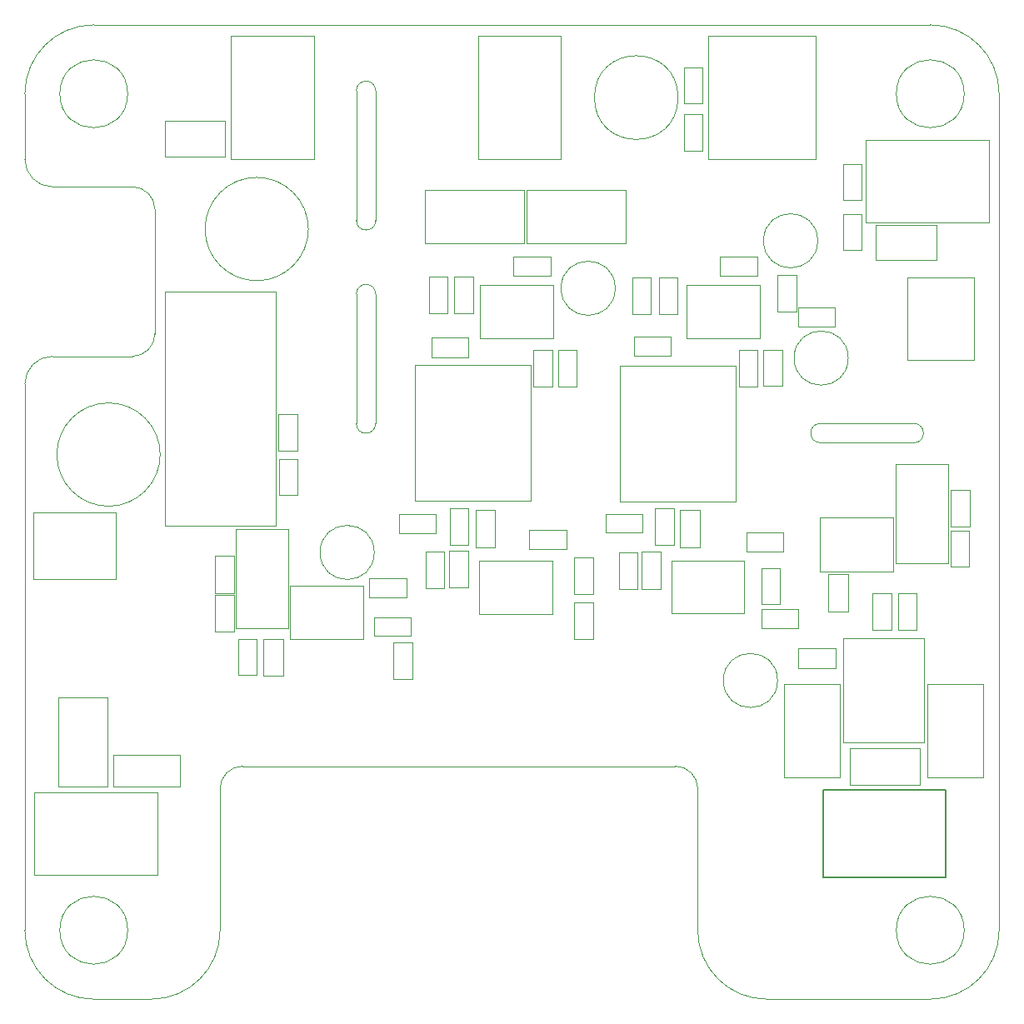
<source format=gbr>
G04 #@! TF.GenerationSoftware,KiCad,Pcbnew,7.0.7+dfsg-1*
G04 #@! TF.CreationDate,2024-09-08T18:24:34+02:00*
G04 #@! TF.ProjectId,evo-cube-sensor,65766f2d-6375-4626-952d-73656e736f72,rev?*
G04 #@! TF.SameCoordinates,Original*
G04 #@! TF.FileFunction,Other,User*
%FSLAX46Y46*%
G04 Gerber Fmt 4.6, Leading zero omitted, Abs format (unit mm)*
G04 Created by KiCad (PCBNEW 7.0.7+dfsg-1) date 2024-09-08 18:24:34*
%MOMM*%
%LPD*%
G01*
G04 APERTURE LIST*
%ADD10C,0.050000*%
%ADD11C,0.152400*%
%ADD12C,0.100000*%
G04 #@! TA.AperFunction,Profile*
%ADD13C,0.100000*%
G04 #@! TD*
G04 APERTURE END LIST*
D10*
X99351875Y-86982675D02*
X99351875Y-92382675D01*
X99351875Y-92382675D02*
X106751875Y-92382675D01*
X106751875Y-86982675D02*
X99351875Y-86982675D01*
X106751875Y-92382675D02*
X106751875Y-86982675D01*
X47877400Y-45945200D02*
X54027400Y-45945200D01*
X54027400Y-45945200D02*
X54027400Y-42345200D01*
X47877400Y-42345200D02*
X47877400Y-45945200D01*
X54027400Y-42345200D02*
X47877400Y-42345200D01*
X117286600Y-88413100D02*
X117286600Y-92173100D01*
X115326600Y-88413100D02*
X117286600Y-88413100D01*
X117286600Y-92173100D02*
X115326600Y-92173100D01*
X115326600Y-92173100D02*
X115326600Y-88413100D01*
X113984200Y-46183200D02*
X113984200Y-33683200D01*
X113984200Y-33683200D02*
X103084200Y-33683200D01*
X103084200Y-46183200D02*
X113984200Y-46183200D01*
X103084200Y-33683200D02*
X103084200Y-46183200D01*
X98110000Y-61946400D02*
X98110000Y-58246400D01*
X100010000Y-61946400D02*
X98110000Y-61946400D01*
X98110000Y-58246400D02*
X100010000Y-58246400D01*
X100010000Y-58246400D02*
X100010000Y-61946400D01*
X108077400Y-58053800D02*
X104317400Y-58053800D01*
X108077400Y-56093800D02*
X108077400Y-58053800D01*
X104317400Y-58053800D02*
X104317400Y-56093800D01*
X104317400Y-56093800D02*
X108077400Y-56093800D01*
X100264400Y-85645300D02*
X100264400Y-81885300D01*
X102224400Y-85645300D02*
X100264400Y-85645300D01*
X100264400Y-81885300D02*
X102224400Y-81885300D01*
X102224400Y-81885300D02*
X102224400Y-85645300D01*
X95946000Y-86178600D02*
X95946000Y-89878600D01*
X94046000Y-86178600D02*
X95946000Y-86178600D01*
X95946000Y-89878600D02*
X94046000Y-89878600D01*
X94046000Y-89878600D02*
X94046000Y-86178600D01*
X117329400Y-66426400D02*
G75*
G03*
X117329400Y-66426400I-2750000J0D01*
G01*
X84907900Y-83906800D02*
X88667900Y-83906800D01*
X84907900Y-85866800D02*
X84907900Y-83906800D01*
X88667900Y-83906800D02*
X88667900Y-85866800D01*
X88667900Y-85866800D02*
X84907900Y-85866800D01*
X110149600Y-61717800D02*
X110149600Y-58017800D01*
X112049600Y-61717800D02*
X110149600Y-61717800D01*
X110149600Y-58017800D02*
X112049600Y-58017800D01*
X112049600Y-58017800D02*
X112049600Y-61717800D01*
X72868400Y-94650600D02*
X69168400Y-94650600D01*
X72868400Y-92750600D02*
X72868400Y-94650600D01*
X69168400Y-94650600D02*
X69168400Y-92750600D01*
X69168400Y-92750600D02*
X72868400Y-92750600D01*
X112262800Y-61305400D02*
X115962800Y-61305400D01*
X112262800Y-63205400D02*
X112262800Y-61305400D01*
X115962800Y-61305400D02*
X115962800Y-63205400D01*
X115962800Y-63205400D02*
X112262800Y-63205400D01*
X73297200Y-80966400D02*
X73297200Y-67166400D01*
X85097200Y-80966400D02*
X73297200Y-80966400D01*
X73297200Y-67166400D02*
X85097200Y-67166400D01*
X85097200Y-67166400D02*
X85097200Y-80966400D01*
X100913800Y-58996600D02*
X100913800Y-64396600D01*
X100913800Y-64396600D02*
X108313800Y-64396600D01*
X108313800Y-58996600D02*
X100913800Y-58996600D01*
X108313800Y-64396600D02*
X108313800Y-58996600D01*
X124606400Y-109800000D02*
X124606400Y-106100000D01*
X124606400Y-106100000D02*
X117506400Y-106100000D01*
X117506400Y-109800000D02*
X124606400Y-109800000D01*
X117506400Y-106100000D02*
X117506400Y-109800000D01*
X119114200Y-52663200D02*
X131614200Y-52663200D01*
X131614200Y-52663200D02*
X131614200Y-44263200D01*
X119114200Y-44263200D02*
X119114200Y-52663200D01*
X131614200Y-44263200D02*
X119114200Y-44263200D01*
X87823000Y-69287000D02*
X87823000Y-65587000D01*
X89723000Y-69287000D02*
X87823000Y-69287000D01*
X87823000Y-65587000D02*
X89723000Y-65587000D01*
X89723000Y-65587000D02*
X89723000Y-69287000D01*
X74279600Y-49344600D02*
X74279600Y-54744600D01*
X74279600Y-54744600D02*
X84379600Y-54744600D01*
X84379600Y-49344600D02*
X74279600Y-49344600D01*
X84379600Y-54744600D02*
X84379600Y-49344600D01*
X91399400Y-91259800D02*
X91399400Y-94959800D01*
X89499400Y-91259800D02*
X91399400Y-91259800D01*
X91399400Y-94959800D02*
X89499400Y-94959800D01*
X89499400Y-94959800D02*
X89499400Y-91259800D01*
X114224688Y-54508400D02*
G75*
G03*
X114224688Y-54508400I-2750000J0D01*
G01*
D11*
X114771800Y-110324900D02*
X114771800Y-119189500D01*
X114771800Y-119189500D02*
X127268600Y-119189500D01*
X127268600Y-110324900D02*
X114771800Y-110324900D01*
X127268600Y-119189500D02*
X127268600Y-110324900D01*
D10*
X97292200Y-58246400D02*
X97292200Y-61946400D01*
X95392200Y-58246400D02*
X97292200Y-58246400D01*
X97292200Y-61946400D02*
X95392200Y-61946400D01*
X95392200Y-61946400D02*
X95392200Y-58246400D01*
X59451200Y-75849600D02*
X59451200Y-72149600D01*
X61351200Y-75849600D02*
X59451200Y-75849600D01*
X59451200Y-72149600D02*
X61351200Y-72149600D01*
X61351200Y-72149600D02*
X61351200Y-75849600D01*
X55315350Y-98658800D02*
X55315350Y-94958800D01*
X57215350Y-98658800D02*
X55315350Y-98658800D01*
X55315350Y-94958800D02*
X57215350Y-94958800D01*
X57215350Y-94958800D02*
X57215350Y-98658800D01*
X91399400Y-86678400D02*
X91399400Y-90378400D01*
X89499400Y-86678400D02*
X91399400Y-86678400D01*
X91399400Y-90378400D02*
X89499400Y-90378400D01*
X89499400Y-90378400D02*
X89499400Y-86678400D01*
X60459600Y-83789200D02*
X55059600Y-83789200D01*
X55059600Y-83789200D02*
X55059600Y-93889200D01*
X60459600Y-93889200D02*
X60459600Y-83789200D01*
X55059600Y-93889200D02*
X60459600Y-93889200D01*
X42098600Y-100945800D02*
X37098600Y-100945800D01*
X37098600Y-100945800D02*
X37098600Y-109975800D01*
X42098600Y-109975800D02*
X42098600Y-100945800D01*
X37098600Y-109975800D02*
X42098600Y-109975800D01*
X112271500Y-95946400D02*
X116031500Y-95946400D01*
X112271500Y-97906400D02*
X112271500Y-95946400D01*
X116031500Y-95946400D02*
X116031500Y-97906400D01*
X116031500Y-97906400D02*
X112271500Y-97906400D01*
X42686817Y-106781800D02*
X42686817Y-109981800D01*
X42686817Y-109981800D02*
X49446817Y-109981800D01*
X49446817Y-106781800D02*
X42686817Y-106781800D01*
X49446817Y-109981800D02*
X49446817Y-106781800D01*
X123362600Y-66638600D02*
X130112600Y-66638600D01*
X130112600Y-66638600D02*
X130112600Y-58238600D01*
X123362600Y-58238600D02*
X123362600Y-66638600D01*
X130112600Y-58238600D02*
X123362600Y-58238600D01*
X129605900Y-83932750D02*
X129605900Y-87632750D01*
X127705900Y-83932750D02*
X129605900Y-83932750D01*
X129605900Y-87632750D02*
X127705900Y-87632750D01*
X127705900Y-87632750D02*
X127705900Y-83932750D01*
X85359200Y-69287000D02*
X85359200Y-65587000D01*
X87259200Y-69287000D02*
X85359200Y-69287000D01*
X85359200Y-65587000D02*
X87259200Y-65587000D01*
X87259200Y-65587000D02*
X87259200Y-69287000D01*
X108506400Y-91953800D02*
X112206400Y-91953800D01*
X108506400Y-93853800D02*
X108506400Y-91953800D01*
X112206400Y-91953800D02*
X112206400Y-93853800D01*
X112206400Y-93853800D02*
X108506400Y-93853800D01*
X76642000Y-58170200D02*
X76642000Y-61870200D01*
X74742000Y-58170200D02*
X76642000Y-58170200D01*
X76642000Y-61870200D02*
X74742000Y-61870200D01*
X74742000Y-61870200D02*
X74742000Y-58170200D01*
X116779000Y-50389400D02*
X116779000Y-46689400D01*
X118679000Y-50389400D02*
X116779000Y-50389400D01*
X116779000Y-46689400D02*
X118679000Y-46689400D01*
X118679000Y-46689400D02*
X118679000Y-50389400D01*
X100037651Y-39954200D02*
G75*
G03*
X100037651Y-39954200I-4250000J0D01*
G01*
X87071600Y-58053800D02*
X83311600Y-58053800D01*
X87071600Y-56093800D02*
X87071600Y-58053800D01*
X83311600Y-58053800D02*
X83311600Y-56093800D01*
X83311600Y-56093800D02*
X87071600Y-56093800D01*
X126290400Y-52886200D02*
X120140400Y-52886200D01*
X120140400Y-52886200D02*
X120140400Y-56486200D01*
X126290400Y-56486200D02*
X126290400Y-52886200D01*
X120140400Y-56486200D02*
X126290400Y-56486200D01*
X78750200Y-81700000D02*
X78750200Y-85400000D01*
X76850200Y-81700000D02*
X78750200Y-81700000D01*
X78750200Y-85400000D02*
X76850200Y-85400000D01*
X76850200Y-85400000D02*
X76850200Y-81700000D01*
X69171000Y-86176800D02*
G75*
G03*
X69171000Y-86176800I-2750000J0D01*
G01*
X78715000Y-66334200D02*
X74955000Y-66334200D01*
X78715000Y-64374200D02*
X78715000Y-66334200D01*
X74955000Y-66334200D02*
X74955000Y-64374200D01*
X74955000Y-64374200D02*
X78715000Y-64374200D01*
X99318300Y-66232600D02*
X95558300Y-66232600D01*
X99318300Y-64272600D02*
X99318300Y-66232600D01*
X95558300Y-66232600D02*
X95558300Y-64272600D01*
X95558300Y-64272600D02*
X99318300Y-64272600D01*
X102550000Y-41650800D02*
X102550000Y-45350800D01*
X100650000Y-41650800D02*
X102550000Y-41650800D01*
X102550000Y-45350800D02*
X100650000Y-45350800D01*
X100650000Y-45350800D02*
X100650000Y-41650800D01*
X129114200Y-124569200D02*
G75*
G03*
X129114200Y-124569200I-3450000J0D01*
G01*
X94099800Y-80991800D02*
X94099800Y-67191800D01*
X105899800Y-80991800D02*
X94099800Y-80991800D01*
X94099800Y-67191800D02*
X105899800Y-67191800D01*
X105899800Y-67191800D02*
X105899800Y-80991800D01*
X75424400Y-84211200D02*
X71724400Y-84211200D01*
X75424400Y-82311200D02*
X75424400Y-84211200D01*
X71724400Y-84211200D02*
X71724400Y-82311200D01*
X71724400Y-82311200D02*
X75424400Y-82311200D01*
D12*
X59140200Y-59702600D02*
X59140200Y-83502600D01*
X47940200Y-59702600D02*
X59140200Y-59702600D01*
X59140200Y-83502600D02*
X47940200Y-83502600D01*
X47940200Y-83502600D02*
X47940200Y-59702600D01*
D10*
X68677300Y-88809000D02*
X72437300Y-88809000D01*
X68677300Y-90769000D02*
X68677300Y-88809000D01*
X72437300Y-88809000D02*
X72437300Y-90769000D01*
X72437300Y-90769000D02*
X68677300Y-90769000D01*
X96352800Y-89887100D02*
X96352800Y-86127100D01*
X98312800Y-89887100D02*
X96352800Y-89887100D01*
X96352800Y-86127100D02*
X98312800Y-86127100D01*
X98312800Y-86127100D02*
X98312800Y-89887100D01*
X44114200Y-39569200D02*
G75*
G03*
X44114200Y-39569200I-3450000J0D01*
G01*
X79461800Y-85645300D02*
X79461800Y-81885300D01*
X81421800Y-85645300D02*
X79461800Y-85645300D01*
X79461800Y-81885300D02*
X81421800Y-81885300D01*
X81421800Y-81885300D02*
X81421800Y-85645300D01*
X110147113Y-99187000D02*
G75*
G03*
X110147113Y-99187000I-2750000J0D01*
G01*
X106238000Y-69287000D02*
X106238000Y-65587000D01*
X108138000Y-69287000D02*
X106238000Y-69287000D01*
X106238000Y-65587000D02*
X108138000Y-65587000D01*
X108138000Y-65587000D02*
X108138000Y-69287000D01*
X127520500Y-77182750D02*
X122120500Y-77182750D01*
X122120500Y-77182750D02*
X122120500Y-87282750D01*
X127520500Y-87282750D02*
X127520500Y-77182750D01*
X122120500Y-87282750D02*
X127520500Y-87282750D01*
X116839400Y-105488400D02*
X124989400Y-105488400D01*
X124989400Y-105488400D02*
X124989400Y-94938400D01*
X116839400Y-94938400D02*
X116839400Y-105488400D01*
X124989400Y-94938400D02*
X116839400Y-94938400D01*
X84652800Y-49370000D02*
X84652800Y-54770000D01*
X84652800Y-54770000D02*
X94752800Y-54770000D01*
X94752800Y-49370000D02*
X84652800Y-49370000D01*
X94752800Y-54770000D02*
X94752800Y-49370000D01*
X73009800Y-95314400D02*
X73009800Y-99014400D01*
X71109800Y-95314400D02*
X73009800Y-95314400D01*
X73009800Y-99014400D02*
X71109800Y-99014400D01*
X71109800Y-99014400D02*
X71109800Y-95314400D01*
X110779600Y-109032000D02*
X116499600Y-109032000D01*
X116499600Y-109032000D02*
X116499600Y-99532000D01*
X110779600Y-99532000D02*
X110779600Y-109032000D01*
X116499600Y-99532000D02*
X110779600Y-99532000D01*
X121757000Y-90318100D02*
X121757000Y-94078100D01*
X119797000Y-90318100D02*
X121757000Y-90318100D01*
X121757000Y-94078100D02*
X119797000Y-94078100D01*
X119797000Y-94078100D02*
X119797000Y-90318100D01*
X96388800Y-84160400D02*
X92688800Y-84160400D01*
X96388800Y-82260400D02*
X96388800Y-84160400D01*
X92688800Y-84160400D02*
X92688800Y-82260400D01*
X92688800Y-82260400D02*
X96388800Y-82260400D01*
X42929600Y-88879800D02*
X42929600Y-82129800D01*
X42929600Y-82129800D02*
X34529600Y-82129800D01*
X34529600Y-88879800D02*
X42929600Y-88879800D01*
X34529600Y-82129800D02*
X34529600Y-88879800D01*
X62470877Y-53314600D02*
G75*
G03*
X62470877Y-53314600I-5250000J0D01*
G01*
X77307400Y-61870200D02*
X77307400Y-58170200D01*
X79207400Y-61870200D02*
X77307400Y-61870200D01*
X77307400Y-58170200D02*
X79207400Y-58170200D01*
X79207400Y-58170200D02*
X79207400Y-61870200D01*
X79840600Y-87063600D02*
X79840600Y-92463600D01*
X79840600Y-92463600D02*
X87240600Y-92463600D01*
X87240600Y-87063600D02*
X79840600Y-87063600D01*
X87240600Y-92463600D02*
X87240600Y-87063600D01*
X93650688Y-59334400D02*
G75*
G03*
X93650688Y-59334400I-2750000J0D01*
G01*
X63016200Y-46183200D02*
X63016200Y-33683200D01*
X63016200Y-33683200D02*
X54616200Y-33683200D01*
X54616200Y-46183200D02*
X63016200Y-46183200D01*
X54616200Y-33683200D02*
X54616200Y-46183200D01*
X59476600Y-80370400D02*
X59476600Y-76670400D01*
X61376600Y-80370400D02*
X59476600Y-80370400D01*
X59476600Y-76670400D02*
X61376600Y-76670400D01*
X61376600Y-76670400D02*
X61376600Y-80370400D01*
X110740500Y-86095400D02*
X106980500Y-86095400D01*
X110740500Y-84135400D02*
X110740500Y-86095400D01*
X106980500Y-86095400D02*
X106980500Y-84135400D01*
X106980500Y-84135400D02*
X110740500Y-84135400D01*
X102524600Y-36868600D02*
X102524600Y-40568600D01*
X100624600Y-36868600D02*
X102524600Y-36868600D01*
X102524600Y-40568600D02*
X100624600Y-40568600D01*
X100624600Y-40568600D02*
X100624600Y-36868600D01*
X116779000Y-55460400D02*
X116779000Y-51760400D01*
X118679000Y-55460400D02*
X116779000Y-55460400D01*
X116779000Y-51760400D02*
X118679000Y-51760400D01*
X118679000Y-51760400D02*
X118679000Y-55460400D01*
X60631800Y-89521600D02*
X68081800Y-89521600D01*
X60631800Y-95021600D02*
X60631800Y-89521600D01*
X68081800Y-89521600D02*
X68081800Y-95021600D01*
X68081800Y-95021600D02*
X60631800Y-95021600D01*
X59886950Y-94966300D02*
X59886950Y-98726300D01*
X57926950Y-94966300D02*
X59886950Y-94966300D01*
X59886950Y-98726300D02*
X57926950Y-98726300D01*
X57926950Y-98726300D02*
X57926950Y-94966300D01*
X76261000Y-86075400D02*
X76261000Y-89775400D01*
X74361000Y-86075400D02*
X76261000Y-86075400D01*
X76261000Y-89775400D02*
X74361000Y-89775400D01*
X74361000Y-89775400D02*
X74361000Y-86075400D01*
X44114200Y-124569200D02*
G75*
G03*
X44114200Y-124569200I-3450000J0D01*
G01*
X122392400Y-94042600D02*
X122392400Y-90342600D01*
X124292400Y-94042600D02*
X122392400Y-94042600D01*
X122392400Y-90342600D02*
X124292400Y-90342600D01*
X124292400Y-90342600D02*
X124292400Y-94042600D01*
X108482600Y-91461200D02*
X108482600Y-87761200D01*
X110382600Y-91461200D02*
X108482600Y-91461200D01*
X108482600Y-87761200D02*
X110382600Y-87761200D01*
X110382600Y-87761200D02*
X110382600Y-91461200D01*
X99603600Y-81706600D02*
X99603600Y-85406600D01*
X97703600Y-81706600D02*
X99603600Y-81706600D01*
X99603600Y-85406600D02*
X97703600Y-85406600D01*
X97703600Y-85406600D02*
X97703600Y-81706600D01*
X47414000Y-76230723D02*
G75*
G03*
X47414000Y-76230723I-5250000J0D01*
G01*
X129114200Y-39569200D02*
G75*
G03*
X129114200Y-39569200I-3450000J0D01*
G01*
X76769400Y-89760100D02*
X76769400Y-86000100D01*
X78729400Y-89760100D02*
X76769400Y-89760100D01*
X76769400Y-86000100D02*
X78729400Y-86000100D01*
X78729400Y-86000100D02*
X78729400Y-89760100D01*
X125333800Y-109032000D02*
X131053800Y-109032000D01*
X131053800Y-109032000D02*
X131053800Y-99532000D01*
X125333800Y-99532000D02*
X125333800Y-109032000D01*
X131053800Y-99532000D02*
X125333800Y-99532000D01*
X54955000Y-86537400D02*
X54955000Y-90297400D01*
X52995000Y-86537400D02*
X54955000Y-86537400D01*
X54955000Y-90297400D02*
X52995000Y-90297400D01*
X52995000Y-90297400D02*
X52995000Y-86537400D01*
X79916800Y-58996600D02*
X79916800Y-64396600D01*
X79916800Y-64396600D02*
X87316800Y-64396600D01*
X87316800Y-58996600D02*
X79916800Y-58996600D01*
X87316800Y-64396600D02*
X87316800Y-58996600D01*
X129661300Y-79807850D02*
X129661300Y-83567850D01*
X127701300Y-79807850D02*
X129661300Y-79807850D01*
X129661300Y-83567850D02*
X127701300Y-83567850D01*
X127701300Y-83567850D02*
X127701300Y-79807850D01*
X88096200Y-46183200D02*
X88096200Y-33683200D01*
X88096200Y-33683200D02*
X79696200Y-33683200D01*
X79696200Y-46183200D02*
X88096200Y-46183200D01*
X79696200Y-33683200D02*
X79696200Y-46183200D01*
X121923700Y-88121850D02*
X114473700Y-88121850D01*
X121923700Y-82621850D02*
X121923700Y-88121850D01*
X114473700Y-88121850D02*
X114473700Y-82621850D01*
X114473700Y-82621850D02*
X121923700Y-82621850D01*
X47138200Y-110537200D02*
X34638200Y-110537200D01*
X34638200Y-110537200D02*
X34638200Y-118937200D01*
X47138200Y-118937200D02*
X47138200Y-110537200D01*
X34638200Y-118937200D02*
X47138200Y-118937200D01*
X54899600Y-90513800D02*
X54899600Y-94213800D01*
X52999600Y-90513800D02*
X54899600Y-90513800D01*
X54899600Y-94213800D02*
X52999600Y-94213800D01*
X52999600Y-94213800D02*
X52999600Y-90513800D01*
X108701800Y-69271000D02*
X108701800Y-65571000D01*
X110601800Y-69271000D02*
X108701800Y-69271000D01*
X108701800Y-65571000D02*
X110601800Y-65571000D01*
X110601800Y-65571000D02*
X110601800Y-69271000D01*
D13*
X114503200Y-73075800D02*
X124002800Y-73075800D01*
X125664200Y-131569200D02*
G75*
G03*
X132664200Y-124569200I0J7000000D01*
G01*
X46500453Y-131569203D02*
G75*
G03*
X53500453Y-124569200I-3J7000003D01*
G01*
X33670200Y-46233544D02*
X33664200Y-39569200D01*
X33664200Y-124569200D02*
G75*
G03*
X40664200Y-131569200I7000000J0D01*
G01*
X67348843Y-73089243D02*
G75*
G03*
X69303157Y-73089243I977157J0D01*
G01*
X55786453Y-107899153D02*
G75*
G03*
X53500453Y-110185200I47J-2286047D01*
G01*
X125664200Y-32569200D02*
X40664200Y-32569200D01*
X99756200Y-107899200D02*
X55786453Y-107899200D01*
X102042200Y-110185200D02*
G75*
G03*
X99756200Y-107899200I-2286000J0D01*
G01*
X46878200Y-51313544D02*
X46878200Y-63957200D01*
X53500453Y-110185200D02*
X53500453Y-124569200D01*
X46878156Y-51313544D02*
G75*
G03*
X44592200Y-49027544I-2285956J44D01*
G01*
X69303157Y-59918600D02*
G75*
G03*
X67348843Y-59918600I-977157J0D01*
G01*
X44592200Y-66243200D02*
X36464200Y-66243200D01*
X44592200Y-66243200D02*
G75*
G03*
X46878200Y-63957200I0J2286000D01*
G01*
X44592200Y-49027544D02*
X36464200Y-49027544D01*
X102042200Y-110185200D02*
X102042200Y-124569200D01*
X36464200Y-66243200D02*
G75*
G03*
X33670200Y-69037200I0J-2794000D01*
G01*
X114503200Y-73075886D02*
G75*
G03*
X114503200Y-75030114I0J-977114D01*
G01*
X109042200Y-131569200D02*
X125664200Y-131569200D01*
X124002800Y-75030114D02*
X114503200Y-75030114D01*
X67348843Y-73089243D02*
X67348843Y-59918600D01*
X67348843Y-52439043D02*
G75*
G03*
X69303157Y-52439043I977157J0D01*
G01*
X69303157Y-39268400D02*
X69303157Y-52439043D01*
X33670200Y-69037200D02*
X33670200Y-124569200D01*
X124002800Y-75030200D02*
G75*
G03*
X124002800Y-73075800I0J977200D01*
G01*
X40664200Y-32569200D02*
G75*
G03*
X33664200Y-39569200I0J-7000000D01*
G01*
X67348843Y-39268400D02*
X67348843Y-52439043D01*
X69303157Y-59918600D02*
X69303157Y-73089243D01*
X132664200Y-39569200D02*
G75*
G03*
X125664200Y-32569200I-7000000J0D01*
G01*
X33670156Y-46233544D02*
G75*
G03*
X36464200Y-49027544I2794044J44D01*
G01*
X69303157Y-39268400D02*
G75*
G03*
X67348843Y-39268400I-977157J0D01*
G01*
X40664200Y-131569200D02*
X46500453Y-131569200D01*
X102042200Y-124569200D02*
G75*
G03*
X109042200Y-131569200I7000000J0D01*
G01*
X132664200Y-124569200D02*
X132664200Y-39569200D01*
M02*

</source>
